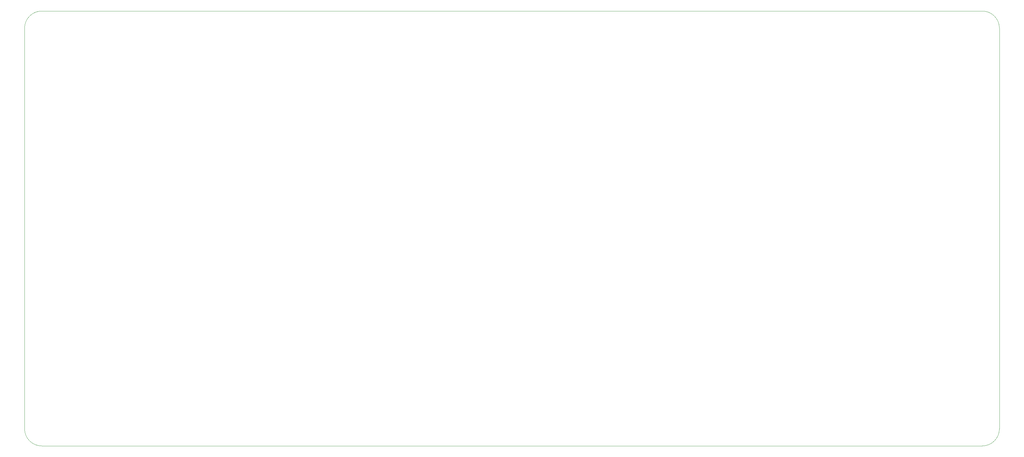
<source format=gm1>
G04 #@! TF.GenerationSoftware,KiCad,Pcbnew,(5.1.9)-1*
G04 #@! TF.CreationDate,2021-05-27T06:35:10+01:00*
G04 #@! TF.ProjectId,Env-KB60F,456e762d-4b42-4363-9046-2e6b69636164,rev?*
G04 #@! TF.SameCoordinates,Original*
G04 #@! TF.FileFunction,Profile,NP*
%FSLAX46Y46*%
G04 Gerber Fmt 4.6, Leading zero omitted, Abs format (unit mm)*
G04 Created by KiCad (PCBNEW (5.1.9)-1) date 2021-05-27 06:35:10*
%MOMM*%
%LPD*%
G01*
G04 APERTURE LIST*
G04 #@! TA.AperFunction,Profile*
%ADD10C,0.100000*%
G04 #@! TD*
G04 APERTURE END LIST*
D10*
X360000000Y-45500000D02*
X360000000Y-38000000D01*
X360000000Y-45500000D02*
X360000000Y-52500000D01*
X360000000Y-154500000D02*
G75*
G02*
X355000000Y-159500000I-5000000J0D01*
G01*
X82000000Y-159500000D02*
G75*
G02*
X77000000Y-154500000I0J5000000D01*
G01*
X77000000Y-38000000D02*
G75*
G02*
X82000000Y-33000000I5000000J0D01*
G01*
X355000000Y-33000000D02*
X82000000Y-33000000D01*
X77000000Y-38000000D02*
X77000000Y-154500000D01*
X82000000Y-159500000D02*
X355000000Y-159500000D01*
X360000000Y-52500000D02*
X360000000Y-154500000D01*
X355000000Y-33000000D02*
G75*
G02*
X360000000Y-38000000I0J-5000000D01*
G01*
M02*

</source>
